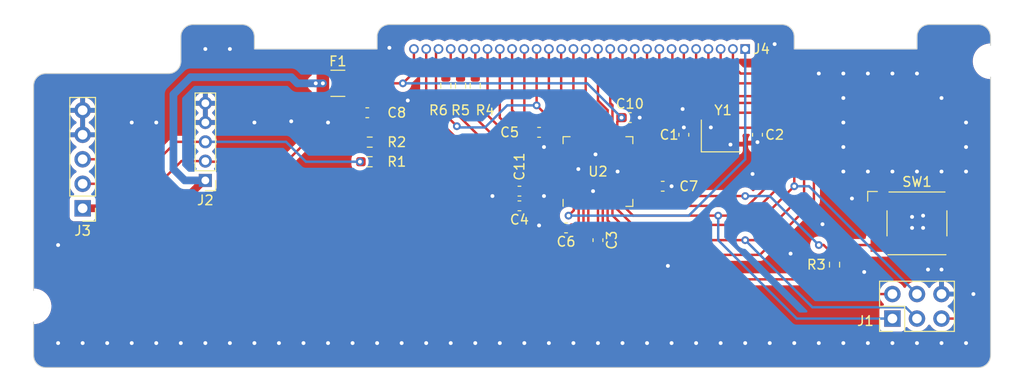
<source format=kicad_pcb>
(kicad_pcb (version 20221018) (generator pcbnew)
  (layers (0 "F.Cu" signal) (31 "B.Cu" signal) (34 "B.Paste" user) (35 "F.Paste" user) (36 "B.SilkS" user "B.Silkscreen") (37 "F.SilkS" user "F.Silkscreen") (38 "B.Mask" user) (39 "F.Mask" user) (44 "Edge.Cuts" user))
  (net 0 "")
  (net 1 "GND")
  (net 2 "+5V")
  (net 3 "Net-(J2-Pin_1)")
  (net 4 "row4")
  (net 5 "row2")
  (net 6 "row3")
  (net 7 "RST")
  (net 8 "Net-(J2-Pin_2)")
  (net 9 "Net-(J2-Pin_3)")
  (net 10 "row1")
  (net 11 "row5")
  (net 12 "row6")
  (net 13 "row7")
  (net 14 "row8")
  (net 15 "col1")
  (net 16 "col2")
  (net 17 "col3")
  (net 18 "col4")
  (net 19 "col5")
  (net 20 "col6")
  (net 21 "col7")
  (net 22 "col8")
  (net 23 "col9")
  (net 24 "col10")
  (net 25 "col11")
  (net 26 "col12")
  (net 27 "col13")
  (net 28 "col14")
  (net 29 "led1")
  (net 30 "led2")
  (net 31 "col15")
  (net 32 "col16")
  (net 33 "led3")
  (net 34 "Net-(U2-XTAL1)")
  (net 35 "Net-(U2-XTAL2)")
  (net 36 "Net-(U2-UCAP)")
  (net 37 "Net-(U2-AREF)")
  (net 38 "Net-(U2-D+)")
  (net 39 "Net-(U2-D-)")
  (net 40 "Net-(U2-PF4)")
  (net 41 "Net-(U2-PF5)")
  (footprint "Capacitor_SMD:C_0603_1608Metric_Pad1.08x0.95mm_HandSolder" (layer "F.Cu") (at 157.734 68.072)
    (fp_text reference "C10")
    (fp_text value "100nf" hide)
  )
  (footprint "MountingHole:MountingHole_3.2mm_M3" (layer "F.Cu") (at 96.012 87.63)
    (fp_text reference "H1" hide)
    (fp_text value "MountingHole" hide)
  )
  (footprint "Capacitor_SMD:C_0603_1608Metric_Pad1.08x0.95mm_HandSolder" (layer "F.Cu") (at 170.942 69.85 -90)
    (fp_text reference "C2")
    (fp_text value "22pf" hide)
  )
  (footprint "Connector_PinHeader_2.54mm:PinHeader_1x05_P2.54mm_Vertical" (layer "F.Cu") (at 101.092 77.47 180)
    (fp_text reference "J3")
    (fp_text value "USB_2.54mm" hide)
  )
  (footprint "Resistor_SMD:R_0603_1608Metric_Pad0.98x0.95mm_HandSolder" (layer "F.Cu") (at 178.9195 83.312 -90)
    (fp_text reference "R3")
    (fp_text value "10K" hide)
  )
  (footprint "Button_Switch_SMD:SW_SPST_Omron_B3FS-100xP" (layer "F.Cu") (at 187.452 79.03)
    (fp_text reference "SW1")
    (fp_text value "SW_Push" hide)
  )
  (footprint "Crystal:Crystal_SMD_3225-4Pin_3.2x2.5mm" (layer "F.Cu") (at 167.132 69.97)
    (fp_text reference "Y1")
    (fp_text value "16Mhz" hide)
  )
  (footprint "Capacitor_SMD:C_0603_1608Metric_Pad1.08x0.95mm_HandSolder" (layer "F.Cu") (at 151.13 79.502 180)
    (fp_text reference "C6")
    (fp_text value "100nf" hide)
  )
  (footprint "Resistor_SMD:R_0603_1608Metric_Pad0.98x0.95mm_HandSolder" (layer "F.Cu") (at 130.81 70.612)
    (fp_text reference "R2")
    (fp_text value "68R" hide)
  )
  (footprint "Capacitor_SMD:C_0603_1608Metric_Pad1.08x0.95mm_HandSolder" (layer "F.Cu") (at 148.336 69.596 180)
    (fp_text reference "C5")
    (fp_text value "100nf" hide)
  )
  (footprint "Capacitor_SMD:C_0603_1608Metric_Pad1.08x0.95mm_HandSolder" (layer "F.Cu") (at 146.304 77.216 180)
    (fp_text reference "C4")
    (fp_text value "100nf" hide)
  )
  (footprint "MountingHole:MountingHole_3.2mm_M3" (layer "F.Cu") (at 195.072 62.23)
    (fp_text reference "H2" hide)
    (fp_text value "MountingHole" hide)
  )
  (footprint "Capacitor_SMD:C_0603_1608Metric_Pad1.08x0.95mm_HandSolder" (layer "F.Cu") (at 146.304 75.692 180)
    (fp_text reference "C11")
    (fp_text value "100nf" hide)
  )
  (footprint "Capacitor_SMD:C_0603_1608Metric_Pad1.08x0.95mm_HandSolder" (layer "F.Cu") (at 161.1365 75.184)
    (fp_text reference "C7")
    (fp_text value "100nf" hide)
  )
  (footprint "Connector_PinHeader_2.54mm:PinHeader_2x03_P2.54mm_Vertical" (layer "F.Cu") (at 184.912 88.9 90)
    (fp_text reference "J1")
    (fp_text value "ICSP" hide)
  )
  (footprint "Resistor_SMD:R_0603_1608Metric_Pad0.98x0.95mm_HandSolder" (layer "F.Cu") (at 141.732 64.77 90)
    (fp_text reference "R4")
    (fp_text value "10K" hide)
  )
  (footprint "Resistor_SMD:R_0603_1608Metric_Pad0.98x0.95mm_HandSolder" (layer "F.Cu") (at 138.684 64.77 90)
    (fp_text reference "R6")
    (fp_text value "10K" hide)
  )
  (footprint "Resistor_SMD:R_1210_3225Metric_Pad1.30x2.65mm_HandSolder" (layer "F.Cu") (at 127.508 64.516)
    (fp_text reference "F1")
    (fp_text value "Polyfuse" hide)
  )
  (footprint "Resistor_SMD:R_0603_1608Metric_Pad0.98x0.95mm_HandSolder" (layer "F.Cu") (at 130.81 72.644)
    (fp_text reference "R1")
    (fp_text value "68R" hide)
  )
  (footprint "Resistor_SMD:R_0603_1608Metric_Pad0.98x0.95mm_HandSolder" (layer "F.Cu") (at 140.208 64.77 90)
    (fp_text reference "R5")
    (fp_text value "10K" hide)
  )
  (footprint "Capacitor_SMD:C_0603_1608Metric_Pad1.08x0.95mm_HandSolder" (layer "F.Cu") (at 130.556 67.564 180)
    (fp_text reference "C8")
    (fp_text value "4.7uf" hide)
  )
  (footprint "Connector_PinHeader_2.00mm:PinHeader_1x05_P2.00mm_Vertical" (layer "F.Cu") (at 113.792 74.58 180)
    (fp_text reference "J2")
    (fp_text value "USB_2mm" hide)
  )
  (footprint "cosailer:QFN-44-1EP_7x7mm_P0.5mm_EP5.15x5.15mm_no_pad" (layer "F.Cu") (at 154.432 73.66 90)
    (fp_text reference "U2")
    (fp_text value "ATmega32U4-A" hide)
  )
  (footprint "Connector_PinHeader_1.27mm:PinHeader_1x28_P1.27mm_Vertical" (layer "F.Cu") (at 169.672 60.96 -90)
    (fp_text reference "J4")
    (fp_text value "matrix" hide)
  )
  (footprint "Capacitor_SMD:C_0603_1608Metric_Pad1.08x0.95mm_HandSolder" (layer "F.Cu") (at 154.432 80.772 -90)
    (fp_text reference "C3")
    (fp_text value "1uf" hide)
  )
  (footprint "Capacitor_SMD:C_0603_1608Metric_Pad1.08x0.95mm_HandSolder" (layer "F.Cu") (at 163.322 69.85 90)
    (fp_text reference "C1")
    (fp_text value "22pf" hide)
  )
  (gr_arc (start 97.282 93.98) (mid 96.383974 93.608026) (end 96.012 92.71) (stroke (width 0.1)) (layer "Edge.Cuts"))
  (gr_arc (start 173.482 58.42) (mid 174.380026 58.791974) (end 174.752 59.69) (stroke (width 0.1)) (layer "Edge.Cuts"))
  (gr_line (start 97.282 63.5) (end 109.982 63.5) (stroke (width 0.1)) (layer "Edge.Cuts"))
  (gr_arc (start 111.252 59.69) (mid 111.623974 58.791974) (end 112.522 58.42) (stroke (width 0.1)) (layer "Edge.Cuts"))
  (gr_line (start 132.842 58.42) (end 173.482 58.42) (stroke (width 0.1)) (layer "Edge.Cuts"))
  (gr_line (start 187.452 59.69) (end 187.452 60.96) (stroke (width 0.1)) (layer "Edge.Cuts"))
  (gr_line (start 174.752 60.96) (end 187.452 60.96) (stroke (width 0.1)) (layer "Edge.Cuts"))
  (gr_line (start 118.872 60.96) (end 131.572 60.96) (stroke (width 0.1)) (layer "Edge.Cuts"))
  (gr_line (start 118.872 59.69) (end 118.872 60.96) (stroke (width 0.1)) (layer "Edge.Cuts"))
  (gr_arc (start 111.252 62.23) (mid 110.880026 63.128026) (end 109.982 63.5) (stroke (width 0.1)) (layer "Edge.Cuts"))
  (gr_arc (start 96.012 64.77) (mid 96.383974 63.871974) (end 97.282 63.5) (stroke (width 0.1)) (layer "Edge.Cuts"))
  (gr_line (start 193.802 93.98) (end 97.282 93.98) (stroke (width 0.1)) (layer "Edge.Cuts"))
  (gr_line (start 111.252 59.69) (end 111.252 62.23) (stroke (width 0.1)) (layer "Edge.Cuts"))
  (gr_line (start 174.752 59.69) (end 174.752 60.96) (stroke (width 0.1)) (layer "Edge.Cuts"))
  (gr_line (start 131.572 59.69) (end 131.572 60.96) (stroke (width 0.1)) (layer "Edge.Cuts"))
  (gr_line (start 112.522 58.42) (end 117.602 58.42) (stroke (width 0.1)) (layer "Edge.Cuts"))
  (gr_arc (start 117.602 58.42) (mid 118.500026 58.791974) (end 118.872 59.69) (stroke (width 0.1)) (layer "Edge.Cuts"))
  (gr_line (start 195.072 59.69) (end 195.072 92.71) (stroke (width 0.1)) (layer "Edge.Cuts"))
  (gr_line (start 188.722 58.42) (end 193.802 58.42) (stroke (width 0.1)) (layer "Edge.Cuts"))
  (gr_line (start 96.012 92.71) (end 96.012 64.77) (stroke (width 0.1)) (layer "Edge.Cuts"))
  (gr_arc (start 195.072 92.71) (mid 194.700026 93.608026) (end 193.802 93.98) (stroke (width 0.1)) (layer "Edge.Cuts"))
  (gr_arc (start 193.802 58.42) (mid 194.700026 58.791974) (end 195.072 59.69) (stroke (width 0.1)) (layer "Edge.Cuts"))
  (gr_arc (start 187.452 59.69) (mid 187.823974 58.791974) (end 188.722 58.42) (stroke (width 0.1)) (layer "Edge.Cuts"))
  (gr_arc (start 131.572 59.69) (mid 131.943974 58.791974) (end 132.842 58.42) (stroke (width 0.1)) (layer "Edge.Cuts"))
  (segment (start 156.932 70.2225) (end 156.932 69.89) (width 0.25) (layer "F.Cu") (net 1))
  (segment (start 149.384 71.66) (end 150.9945 71.66) (width 0.25) (layer "F.Cu") (net 1))
  (segment (start 148.844 71.12) (end 149.384 71.66) (width 0.25) (layer "F.Cu") (net 1))
  (segment (start 189.992 86.36) (end 189.992 83.82) (width 0.25) (layer "F.Cu") (net 1))
  (segment (start 157.383992 74.66) (end 156.464 73.740008) (width 0.25) (layer "F.Cu") (net 1))
  (segment (start 156.464 73.740008) (end 156.464 73.66) (width 0.25) (layer "F.Cu") (net 1))
  (segment (start 147.4735 69.596) (end 147.4735 69.7495) (width 0.25) (layer "F.Cu") (net 1))
  (segment (start 147.4735 69.7495) (end 148.844 71.12) (width 0.5) (layer "F.Cu") (net 1))
  (segment (start 153.932 75.7) (end 153.924 75.692) (width 0.25) (layer "F.Cu") (net 1))
  (segment (start 150.9945 75.66) (end 149.384 75.66) (width 0.25) (layer "F.Cu") (net 1))
  (segment (start 153.932 77.0975) (end 153.932 75.7) (width 0.25) (layer "F.Cu") (net 1))
  (segment (start 149.384 75.66) (end 148.844 76.2) (width 0.25) (layer "F.Cu") (net 1))
  (segment (start 157.8695 74.66) (end 157.383992 74.66) (width 0.25) (layer "F.Cu") (net 1))
  (segment (start 156.932 69.89) (end 158.75 68.072) (width 0.25) (layer "F.Cu") (net 1))
  (via (at 182.372 63.5) (size 0.8) (drill 0.4) (layers "F.Cu" "B.Cu") (net 1))
  (via (at 186.944 79.502) (size 0.8) (drill 0.4) (layers "F.Cu" "B.Cu") (net 1))
  (via (at 166.116 69.088) (size 0.8) (drill 0.4) (layers "F.Cu" "B.Cu") (net 1))
  (via (at 184.912 91.44) (size 0.8) (drill 0.4) (layers "F.Cu" "B.Cu") (net 1))
  (via (at 126.492 91.44) (size 0.8) (drill 0.4) (layers "F.Cu" "B.Cu") (net 1))
  (via (at 192.532 91.44) (size 0.8) (drill 0.4) (layers "F.Cu" "B.Cu") (net 1))
  (via (at 184.912 73.66) (size 0.8) (drill 0.4) (layers "F.Cu" "B.Cu") (net 1))
  (via (at 153.924 75.692) (size 0.8) (drill 0.4) (layers "F.Cu" "B.Cu") (net 1))
  (via (at 134.747 66.294) (size 0.8) (drill 0.4) (layers "F.Cu" "B.Cu") (net 1))
  (via (at 111.252 91.44) (size 0.8) (drill 0.4) (layers "F.Cu" "B.Cu") (net 1))
  (via (at 131.572 91.44) (size 0.8) (drill 0.4) (layers "F.Cu" "B.Cu") (net 1))
  (via (at 186.944 78.359) (size 0.8) (drill 0.4) (layers "F.Cu" "B.Cu") (net 1))
  (via (at 113.792 60.96) (size 0.8) (drill 0.4) (layers "F.Cu" "B.Cu") (net 1))
  (via (at 151.892 91.44) (size 0.8) (drill 0.4) (layers "F.Cu" "B.Cu") (net 1))
  (via (at 179.832 71.12) (size 0.8) (drill 0.4) (layers "F.Cu" "B.Cu") (net 1))
  (via (at 152.4 73.406) (size 0.8) (drill 0.4) (layers "F.Cu" "B.Cu") (net 1))
  (via (at 179.832 73.66) (size 0.8) (drill 0.4) (layers "F.Cu" "B.Cu") (net 1))
  (via (at 162.052 75.184) (size 0.8) (drill 0.4) (layers "F.Cu" "B.Cu") (net 1))
  (via (at 188.595 83.82) (size 0.8) (drill 0.4) (layers "F.Cu" "B.Cu") (net 1))
  (via (at 167.132 91.44) (size 0.8) (drill 0.4) (layers "F.Cu" "B.Cu") (net 1))
  (via (at 159.512 91.44) (size 0.8) (drill 0.4) (layers "F.Cu" "B.Cu") (net 1))
  (via (at 116.332 60.96) (size 0.8) (drill 0.4) (layers "F.Cu" "B.Cu") (net 1))
  (via (at 192.532 73.66) (size 0.8) (drill 0.4) (layers "F.Cu" "B.Cu") (net 1))
  (via (at 179.832 63.5) (size 0.8) (drill 0.4) (layers "F.Cu" "B.Cu") (net 1))
  (via (at 106.172 68.58) (size 0.8) (drill 0.4) (layers "F.Cu" "B.Cu") (net 1))
  (via (at 170.942 70.612) (size 0.8) (drill 0.4) (layers "F.Cu" "B.Cu") (net 1))
  (via (at 187.452 63.5) (size 0.8) (drill 0.4) (layers "F.Cu" "B.Cu") (net 1))
  (via (at 149.352 91.44) (size 0.8) (drill 0.4) (layers "F.Cu" "B.Cu") (net 1))
  (via (at 126.492 68.58) (size 0.8) (drill 0.4) (layers "F.Cu" "B.Cu") (net 1))
  (via (at 154.178 71.882) (size 0.8) (drill 0.4) (layers "F.Cu" "B.Cu") (net 1))
  (via (at 180.721 76.454) (size 0.8) (drill 0.4) (layers "F.Cu" "B.Cu") (net 1))
  (via (at 98.552 91.44) (size 0.8) (drill 0.4) (layers "F.Cu" "B.Cu") (net 1))
  (via (at 101.092 91.44) (size 0.8) (drill 0.4) (layers "F.Cu" "B.Cu") (net 1))
  (via (at 108.712 68.58) (size 0.8) (drill 0.4) (layers "F.Cu" "B.Cu") (net 1))
  (via (at 182.372 73.66) (size 0.8) (drill 0.4) (layers "F.Cu" "B.Cu") (net 1))
  (via (at 156.464 73.66) (size 0.8) (drill 0.4) (layers "F.Cu" "B.Cu") (net 1))
  (via (at 172.72 60.452) (size 0.8) (drill 0.4) (layers "F.Cu" "B.Cu") (net 1))
  (via (at 139.192 91.44) (size 0.8) (drill 0.4) (layers "F.Cu" "B.Cu") (net 1))
  (via (at 163.195 67.183) (size 0.8) (drill 0.4) (layers "F.Cu" "B.Cu") (net 1))
  (via (at 134.112 91.44) (size 0.8) (drill 0.4) (layers "F.Cu" "B.Cu") (net 1))
  (via (at 177.292 63.5) (size 0.8) (drill 0.4) (layers "F.Cu" "B.Cu") (net 1))
  (via (at 187.452 73.66) (size 0.8) (drill 0.4) (layers "F.Cu" "B.Cu") (net 1))
  (via (at 170.434 73.914) (size 0.8) (drill 0.4) (layers "F.Cu" "B.Cu") (net 1))
  (via (at 118.872 91.44) (size 0.8) (drill 0.4) (layers "F.Cu" "B.Cu") (net 1))
  (via (at 164.592 91.44) (size 0.8) (drill 0.4) (layers "F.Cu" "B.Cu") (net 1))
  (via (at 188.087 79.502) (size 0.8) (drill 0.4) (layers "F.Cu" "B.Cu") (net 1))
  (via (at 184.912 63.5) (size 0.8) (drill 0.4) (layers "F.Cu" "B.Cu") (net 1))
  (via (at 108.712 91.44) (size 0.8) (drill 0.4) (layers "F.Cu" "B.Cu") (net 1))
  (via (at 174.371 82.169) (size 0.8) (drill 0.4) (layers "F.Cu" "B.Cu") (net 1))
  (via (at 187.452 91.44) (size 0.8) (drill 0.4) (layers "F.Cu" "B.Cu") (net 1))
  (via (at 177.292 91.44) (size 0.8) (drill 0.4) (layers "F.Cu" "B.Cu") (net 1))
  (via (at 189.992 91.44) (size 0.8) (drill 0.4) (layers "F.Cu" "B.Cu") (net 1))
  (via (at 188.087 78.232) (size 0.8) (drill 0.4) (layers "F.Cu" "B.Cu") (net 1))
  (via (at 144.272 91.44) (size 0.8) (drill 0.4) (layers "F.Cu" "B.Cu") (net 1))
  (via (at 193.294 86.36) (size 0.8) (drill 0.4) (layers "F.Cu" "B.Cu") (net 1))
  (via (at 158.75 68.072) (size 0.8) (drill 0.4) (layers "F.Cu" "B.Cu") (net 1))
  (via (at 192.532 71.12) (size 0.8) (drill 0.4) (layers "F.Cu" "B.Cu") (net 1))
  (via (at 182.372 91.44) (size 0.8) (drill 0.4) (layers "F.Cu" "B.Cu") (net 1))
  (via (at 113.792 91.44) (size 0.8) (drill 0.4) (layers "F.Cu" "B.Cu") (net 1))
  (via (at 169.672 91.44) (size 0.8) (drill 0.4) (layers "F.Cu" "B.Cu") (net 1))
  (via (at 129.032 91.44) (size 0.8) (drill 0.4) (layers "F.Cu" "B.Cu") (net 1))
  (via (at 118.872 68.58) (size 0.8) (drill 0.4) (layers "F.Cu" "B.Cu") (net 1))
  (via (at 148.336 79.248) (size 0.8) (drill 0.4) (layers "F.Cu" "B.Cu") (net 1))
  (via (at 179.832 66.04) (size 0.8) (drill 0.4) (layers "F.Cu" "B.Cu") (net 1))
  (via (at 116.332 91.44) (size 0.8) (drill 0.4) (layers "F.Cu" "B.Cu") (net 1))
  (via (at 174.752 91.44) (size 0.8) (drill 0.4) (layers "F.Cu" "B.Cu") (net 1))
  (via (at 123.952 91.44) (size 0.8) (drill 0.4) (layers "F.Cu" "B.Cu") (net 1))
  (via (at 121.412 91.44) (size 0.8) (drill 0.4) (layers "F.Cu" "B.Cu") (net 1))
  (via (at 103.632 91.44) (size 0.8) (drill 0.4) (layers "F.Cu" "B.Cu") (net 1))
  (via (at 141.732 91.44) (size 0.8) (drill 0.4) (layers "F.Cu" "B.Cu") (net 1))
  (via (at 189.992 66.04) (size 0.8) (drill 0.4) (layers "F.Cu" "B.Cu") (net 1))
  (via (at 189.992 73.66) (size 0.8) (drill 0.4) (layers "F.Cu" "B.Cu") (net 1))
  (via (at 192.532 68.58) (size 0.8) (drill 0.4) (layers "F.Cu" "B.Cu") (net 1))
  (via (at 179.832 68.58) (size 0.8) (drill 0.4) (layers "F.Cu" "B.Cu") (net 1))
  (via (at 189.992 83.82) (size 0.8) (drill 0.4) (layers "F.Cu" "B.Cu") (net 1))
  (via (at 172.212 91.44) (size 0.8) (drill 0.4) (layers "F.Cu" "B.Cu") (net 1))
  (via (at 122.682 68.453) (size 0.8) (drill 0.4) (layers "F.Cu" "B.Cu") (net 1))
  (via (at 146.812 91.44) (size 0.8) (drill 0.4) (layers "F.Cu" "B.Cu") (net 1))
  (via (at 181.991 84.074) (size 0.8) (drill 0.4) (layers "F.Cu" "B.Cu") (net 1))
  (via (at 179.832 91.44) (size 0.8) (drill 0.4) (layers "F.Cu" "B.Cu") (net 1))
  (via (at 177.673 79.121) (size 0.8) (drill 0.4) (layers "F.Cu" "B.Cu") (net 1))
  (via (at 132.842 60.833) (size 0.8) (drill 0.4) (layers "F.Cu" "B.Cu") (net 1))
  (via (at 106.172 91.44) (size 0.8) (drill 0.4) (layers "F.Cu" "B.Cu") (net 1))
  (via (at 156.972 91.44) (size 0.8) (drill 0.4) (layers "F.Cu" "B.Cu") (net 1))
  (via (at 98.552 81.28) (size 0.8) (drill 0.4) (layers "F.Cu" "B.Cu") (net 1))
  (via (at 161.671 83.439) (size 0.8) (drill 0.4) (layers "F.Cu" "B.Cu") (net 1))
  (via (at 168.148 70.866) (size 0.8) (drill 0.4) (layers "F.Cu" "B.Cu") (net 1))
  (via (at 163.322 69.088) (size 0.8) (drill 0.4) (layers "F.Cu" "B.Cu") (net 1))
  (via (at 162.052 91.44) (size 0.8) (drill 0.4) (layers "F.Cu" "B.Cu") (net 1))
  (via (at 154.432 91.44) (size 0.8) (drill 0.4) (layers "F.Cu" "B.Cu") (net 1))
  (via (at 136.652 91.44) (size 0.8) (drill 0.4) (layers "F.Cu" "B.Cu") (net 1))
  (via (at 148.844 71.12) (size 0.8) (drill 0.4) (layers "F.Cu" "B.Cu") (net 1))
  (via (at 143.51 76.2) (size 0.8) (drill 0.4) (layers "F.Cu" "B.Cu") (net 1))
  (via (at 148.844 76.2) (size 0.8) (drill 0.4) (layers "F.Cu" "B.Cu") (net 1))
  (segment (start 189.992 86.36) (end 193.294 86.36) (width 0.25) (layer "B.Cu") (net 1))
  (segment (start 184.912 86.36) (end 181.055 86.36) (width 0.25) (layer "F.Cu") (net 2))
  (segment (start 150.9945 71.16) (end 151.932 71.16) (width 0.25) (layer "F.Cu") (net 2))
  (segment (start 152.432 76.406) (end 152.186 76.16) (width 0.25) (layer "F.Cu") (net 2))
  (segment (start 154.932 77.0975) (end 154.932 75.652) (width 0.25) (layer "F.Cu") (net 2))
  (segment (start 150.408 71.16) (end 149.1985 69.9505) (width 0.25) (layer "F.Cu") (net 2))
  (segment (start 132.588 67.564) (end 143.764 78.74) (width 0.25) (layer "F.Cu") (net 2))
  (segment (start 154.559 73.787) (end 156.432 71.914) (width 0.25) (layer "F.Cu") (net 2))
  (segment (start 150.9945 71.16) (end 150.408 71.16) (width 0.25) (layer "F.Cu") (net 2))
  (segment (start 181.055 86.36) (end 178.9195 84.2245) (width 0.25) (layer "F.Cu") (net 2))
  (segment (start 156.432 70.2225) (end 156.432 68.5115) (width 0.25) (layer "F.Cu") (net 2))
  (segment (start 160.691495 84.836) (end 154.932 79.076505) (width 0.25) (layer "F.Cu") (net 2))
  (segment (start 135.382 63.373) (end 135.382 60.96) (width 0.25) (layer "F.Cu") (net 2))
  (segment (start 152.432 77.0975) (end 152.432 79.0625) (width 0.25) (layer "F.Cu") (net 2))
  (segment (start 146.304 78.74) (end 147.1665 77.8775) (width 0.25) (layer "F.Cu") (net 2))
  (segment (start 154.305 74.041) (end 154.559 73.787) (width 0.25) (layer "F.Cu") (net 2))
  (segment (start 178.308 84.836) (end 160.691495 84.836) (width 0.25) (layer "F.Cu") (net 2))
  (segment (start 149.39125 77.216) (end 147.1665 77.216) (width 0.25) (layer "F.Cu") (net 2))
  (segment (start 129.058 64.516) (end 134.239 64.516) (width 0.25) (layer "F.Cu") (net 2))
  (segment (start 129.058 65.2035) (end 131.4185 67.564) (width 0.25) (layer "F.Cu") (net 2))
  (segment (start 129.058 64.516) (end 129.058 65.2035) (width 0.25) (layer "F.Cu") (net 2))
  (segment (start 152.432 77.0975) (end 152.432 76.406) (width 0.25) (layer "F.Cu") (net 2))
  (segment (start 152.432 79.0625) (end 151.9925 79.502) (width 0.25) (layer "F.Cu") (net 2))
  (segment (start 131.4185 67.564) (end 132.588 67.564) (width 0.25) (layer "F.Cu") (net 2))
  (segment (start 143.764 78.74) (end 146.304 78.74) (width 0.25) (layer "F.Cu") (net 2))
  (segment (start 160.25 75.16) (end 160.274 75.184) (width 0.25) (layer "F.Cu") (net 2))
  (segment (start 151.932 71.16) (end 154.559 73.787) (width 0.25) (layer "F.Cu") (net 2))
  (segment (start 156.432 71.914) (end 156.432 70.2225) (width 0.25) (layer "F.Cu") (net 2))
  (segment (start 154.932 75.652) (end 155.424 75.16) (width 0.25) (layer "F.Cu") (net 2))
  (segment (start 149.1985 69.9505) (end 149.1985 69.596) (width 0.25) (layer "F.Cu") (net 2))
  (segment (start 155.424 75.16) (end 154.305 74.041) (width 0.25) (layer "F.Cu") (net 2))
  (segment (start 156.432 68.5115) (end 156.8715 68.072) (width 0.25) (layer "F.Cu") (net 2))
  (segment (start 147.1665 77.8775) (end 147.1665 77.216) (width 0.25) (layer "F.Cu") (net 2))
  (segment (start 150.9945 76.16) (end 152.186 76.16) (width 0.25) (layer "F.Cu") (net 2))
  (segment (start 154.932 79.076505) (end 154.932 77.0975) (width 0.25) (layer "F.Cu") (net 2))
  (segment (start 178.9195 84.2245) (end 178.308 84.836) (width 0.25) (layer "F.Cu") (net 2))
  (segment (start 150.9945 76.16) (end 150.44725 76.16) (width 0.25) (layer "F.Cu") (net 2))
  (segment (start 152.186 76.16) (end 154.305 74.041) (width 0.25) (layer "F.Cu") (net 2))
  (segment (start 134.239 64.516) (end 135.382 63.373) (width 0.25) (layer "F.Cu") (net 2))
  (segment (start 150.44725 76.16) (end 149.39125 77.216) (width 0.25) (layer "F.Cu") (net 2))
  (segment (start 157.8695 75.16) (end 160.25 75.16) (width 0.25) (layer "F.Cu") (net 2))
  (segment (start 157.8695 75.16) (end 155.424 75.16) (width 0.25) (layer "F.Cu") (net 2))
  (via (at 156.8715 68.072) (size 0.8) (drill 0.4) (layers "F.Cu" "B.Cu") (net 2))
  (via (at 134.239 64.516) (size 0.8) (drill 0.4) (layers "F.Cu" "B.Cu") (net 2))
  (segment (start 134.239 64.516) (end 153.3155 64.516) (width 0.25) (layer "B.Cu") (net 2))
  (segment (start 153.3155 64.516) (end 156.8715 68.072) (width 0.25) (layer "B.Cu") (net 2))
  (segment (start 113.634 74.58) (end 110.744 77.47) (width 0.8) (layer "F.Cu") (net 3))
  (segment (start 113.792 74.58) (end 113.634 74.58) (width 0.25) (layer "F.Cu") (net 3))
  (segment (start 110.744 77.47) (end 101.092 77.47) (width 0.8) (layer "F.Cu") (net 3))
  (via (at 125.958 64.516) (size 0.8) (drill 0.4) (layers "F.Cu" "B.Cu") (net 3))
  (via (at 125.222 64.516) (size 0.8) (drill 0.4) (layers "F.Cu" "B.Cu") (net 3))
  (segment (start 110.49 65.659) (end 110.49 73.406) (width 0.8) (layer "B.Cu") (net 3))
  (segment (start 125.222 64.516) (end 123.317 64.516) (width 0.8) (layer "B.Cu") (net 3))
  (segment (start 110.49 73.406) (end 111.664 74.58) (width 0.8) (layer "B.Cu") (net 3))
  (segment (start 112.268 63.881) (end 110.49 65.659) (width 0.8) (layer "B.Cu") (net 3))
  (segment (start 123.317 64.516) (end 122.682 63.881) (width 0.8) (layer "B.Cu") (net 3))
  (segment (start 125.958 64.516) (end 125.222 64.516) (width 0.8) (layer "B.Cu") (net 3))
  (segment (start 122.682 63.881) (end 112.268 63.881) (width 0.8) (layer "B.Cu") (net 3))
  (segment (start 111.664 74.58) (end 113.792 74.58) (width 0.8) (layer "B.Cu") (net 3))
  (segment (start 158.038992 79.19) (end 160.02 79.19) (width 0.25) (layer "F.Cu") (net 4))
  (segment (start 166.624 79.19) (end 170.746 79.19) (width 0.25) (layer "F.Cu") (net 4))
  (segment (start 160.02 79.19) (end 166.624 79.19) (width 0.25) (layer "F.Cu") (net 4))
  (segment (start 156.432 77.0975) (end 156.432 77.583008) (width 0.25) (layer "F.Cu") (net 4))
  (segment (start 156.432 77.583008) (end 158.038992 79.19) (width 0.25) (layer "F.Cu") (net 4))
  (segment (start 174.752 75.184) (end 174.752 68.326) (width 0.25) (layer "F.Cu") (net 4))
  (segment (start 174.752 68.326) (end 172.27 65.844) (width 0.25) (layer "F.Cu") (net 4))
  (segment (start 165.862 64.77) (end 165.862 60.96) (width 0.25) (layer "F.Cu") (net 4))
  (segment (start 172.27 65.844) (end 166.936 65.844) (width 0.25) (layer "F.Cu") (net 4))
  (segment (start 170.746 79.19) (end 174.752 75.184) (width 0.25) (layer "F.Cu") (net 4))
  (segment (start 166.936 65.844) (end 165.862 64.77) (width 0.25) (layer "F.Cu") (net 4))
  (via (at 174.752 75.184) (size 0.8) (drill 0.4) (layers "F.Cu" "B.Cu") (net 4))
  (segment (start 187.452 86.36) (end 176.276 75.184) (width 0.25) (layer "B.Cu") (net 4))
  (segment (start 176.276 75.184) (end 174.752 75.184) (width 0.25) (layer "B.Cu") (net 4))
  (segment (start 176.784 67.564) (end 172.72 63.5) (width 0.25) (layer "F.Cu") (net 5))
  (segment (start 168.148 82.296) (end 171.196 82.296) (width 0.25) (layer "F.Cu") (net 5))
  (segment (start 169.204 63.5) (end 168.402 62.698) (width 0.25) (layer "F.Cu") (net 5))
  (segment (start 155.432 78.724) (end 159.004 82.296) (width 0.25) (layer "F.Cu") (net 5))
  (segment (start 168.402 62.698) (end 168.402 60.96) (width 0.25) (layer "F.Cu") (net 5))
  (segment (start 172.72 63.5) (end 169.204 63.5) (width 0.25) (layer "F.Cu") (net 5))
  (segment (start 171.196 82.296) (end 176.784 76.708) (width 0.25) (layer "F.Cu") (net 5))
  (segment (start 155.432 77.0975) (end 155.432 78.724) (width 0.25) (layer "F.Cu") (net 5))
  (segment (start 176.784 76.708) (end 176.784 67.564) (width 0.25) (layer "F.Cu") (net 5))
  (segment (start 159.004 82.296) (end 168.148 82.296) (width 0.25) (layer "F.Cu") (net 5))
  (segment (start 167.778 64.516) (end 167.132 63.87) (width 0.25) (layer "F.Cu") (net 6))
  (segment (start 175.768 68.072) (end 172.212 64.516) (width 0.25) (layer "F.Cu") (net 6))
  (segment (start 169.672 80.772) (end 170.942 80.772) (width 0.25) (layer "F.Cu") (net 6))
  (segment (start 158.496 80.772) (end 169.672 80.772) (width 0.25) (layer "F.Cu") (net 6))
  (segment (start 155.932 78.208) (end 158.496 80.772) (width 0.25) (layer "F.Cu") (net 6))
  (segment (start 175.768 75.946) (end 175.768 68.072) (width 0.25) (layer "F.Cu") (net 6))
  (segment (start 167.132 63.87) (end 167.132 60.96) (width 0.25) (layer "F.Cu") (net 6))
  (segment (start 172.212 64.516) (end 167.778 64.516) (width 0.25) (layer "F.Cu") (net 6))
  (segment (start 170.942 80.772) (end 175.768 75.946) (width 0.25) (layer "F.Cu") (net 6))
  (segment (start 155.932 77.0975) (end 155.932 78.208) (width 0.25) (layer "F.Cu") (net 6))
  (via (at 169.672 80.772) (size 0.8) (drill 0.4) (layers "F.Cu" "B.Cu") (net 6))
  (segment (start 186.277 87.725) (end 187.452 88.9) (width 0.25) (layer "B.Cu") (net 6))
  (segment (start 169.672 80.772) (end 176.625 87.725) (width 0.25) (layer "B.Cu") (net 6))
  (segment (start 176.625 87.725) (end 186.277 87.725) (width 0.25) (layer "B.Cu") (net 6))
  (segment (start 180.039 81.28) (end 183.452 81.28) (width 0.25) (layer "F.Cu") (net 7))
  (segment (start 191.516 88.9) (end 189.992 88.9) (width 0.25) (layer "F.Cu") (net 7))
  (segment (start 177.8 81.28) (end 178.9195 82.3995) (width 0.25) (layer "F.Cu") (net 7))
  (segment (start 158.846396 75.66) (end 159.386396 76.2) (width 0.25) (layer "F.Cu") (net 7))
  (segment (start 159.386396 76.2) (end 169.672 76.2) (width 0.25) (layer "F.Cu") (net 7))
  (segment (start 178.9195 82.3995) (end 180.039 81.28) (width 0.25) (layer "F.Cu") (net 7))
  (segment (start 192.024 88.392) (end 191.516 88.9) (width 0.25) (layer "F.Cu") (net 7))
  (segment (start 191.452 81.28) (end 192.024 81.852) (width 0.25) (layer "F.Cu") (net 7))
  (segment (start 192.024 81.852) (end 192.024 88.392) (width 0.25) (layer "F.Cu") (net 7))
  (segment (start 157.8695 75.66) (end 158.846396 75.66) (width 0.25) (layer "F.Cu") (net 7))
  (segment (start 177.292 81.28) (end 177.8 81.28) (width 0.25) (layer "F.Cu") (net 7))
  (segment (start 183.452 81.28) (end 191.452 81.28) (width 0.25) (layer "F.Cu") (net 7))
  (via (at 169.672 76.2) (size 0.8) (drill 0.4) (layers "F.Cu" "B.Cu") (net 7))
  (via (at 177.292 81.28) (size 0.8) (drill 0.4) (layers "F.Cu" "B.Cu") (net 7))
  (segment (start 169.672 76.2) (end 172.212 76.2) (width 0.25) (layer "B.Cu") (net 7))
  (segment (start 172.212 76.2) (end 177.292 81.28) (width 0.25) (layer "B.Cu") (net 7))
  (segment (start 113.856 72.644) (end 113.792 72.58) (width 0.25) (layer "F.Cu") (net 8))
  (segment (start 113.792 72.58) (end 111.316 72.58) (width 0.25) (layer "F.Cu") (net 8))
  (segment (start 111.316 72.58) (end 108.966 74.93) (width 0.25) (layer "F.Cu") (net 8))
  (segment (start 122.174 72.644) (end 113.856 72.644) (width 0.25) (layer "F.Cu") (net 8))
  (segment (start 124.206 70.612) (end 122.174 72.644) (width 0.25) (layer "F.Cu") (net 8))
  (segment (start 129.8975 70.612) (end 124.206 70.612) (width 0.25) (layer "F.Cu") (net 8))
  (segment (start 108.966 74.93) (end 101.092 74.93) (width 0.25) (layer "F.Cu") (net 8))
  (segment (start 110.776 70.58) (end 108.966 72.39) (width 0.25) (layer "F.Cu") (net 9))
  (segment (start 108.966 72.39) (end 101.092 72.39) (width 0.25) (layer "F.Cu") (net 9))
  (segment (start 113.792 70.58) (end 110.776 70.58) (width 0.25) (layer "F.Cu") (net 9))
  (segment (start 129.8975 72.644) (end 129.794 72.644) (width 0.25) (layer "F.Cu") (net 9))
  (via (at 129.794 72.644) (size 0.8) (drill 0.4) (layers "F.Cu" "B.Cu") (net 9))
  (segment (start 124.206 72.644) (end 122.142 70.58) (width 0.25) (layer "B.Cu") (net 9))
  (segment (start 122.142 70.58) (end 113.792 70.58) (width 0.25) (layer "B.Cu") (net 9))
  (segment (start 129.794 72.644) (end 124.206 72.644) (width 0.25) (layer "B.Cu") (net 9))
  (segment (start 151.932 77.0975) (end 151.932 77.684) (width 0.25) (layer "F.Cu") (net 10))
  (segment (start 151.932 77.684) (end 151.384 78.232) (width 0.25) (layer "F.Cu") (net 10))
  (via (at 151.384 78.232) (size 0.8) (drill 0.4) (layers "F.Cu" "B.Cu") (net 10))
  (segment (start 151.384 78.232) (end 163.83 78.232) (width 0.25) (layer "B.Cu") (net 10))
  (segment (start 169.672 65.532) (end 169.672 60.96) (width 0.25) (layer "B.Cu") (net 10))
  (segment (start 169.672 72.39) (end 169.672 65.532) (width 0.25) (layer "B.Cu") (net 10))
  (segment (start 163.83 78.232) (end 169.672 72.39) (width 0.25) (layer "B.Cu") (net 10))
  (segment (start 173.736 68.451604) (end 171.832396 66.548) (width 0.25) (layer "F.Cu") (net 11))
  (segment (start 170.18 78.232) (end 173.736 74.676) (width 0.25) (layer "F.Cu") (net 11))
  (segment (start 158.0665 78.232) (end 166.878 78.232) (width 0.25) (layer "F.Cu") (net 11))
  (segment (start 166.878 78.232) (end 170.18 78.232) (width 0.25) (layer "F.Cu") (net 11))
  (segment (start 173.736 74.676) (end 173.736 68.451604) (width 0.25) (layer "F.Cu") (net 11))
  (segment (start 156.932 77.0975) (end 158.0665 78.232) (width 0.25) (layer "F.Cu") (net 11))
  (segment (start 165.608 66.548) (end 164.592 65.532) (width 0.25) (layer "F.Cu") (net 11))
  (segment (start 171.832396 66.548) (end 165.608 66.548) (width 0.25) (layer "F.Cu") (net 11))
  (segment (start 164.592 65.532) (end 164.592 60.96) (width 0.25) (layer "F.Cu") (net 11))
  (via (at 166.878 78.232) (size 0.8) (drill 0.4) (layers "F.Cu" "B.Cu") (net 11))
  (segment (start 166.878 80.772) (end 166.878 78.232) (width 0.25) (layer "B.Cu") (net 11))
  (segment (start 175.006 88.9) (end 166.878 80.772) (width 0.25) (layer "B.Cu") (net 11))
  (segment (start 184.912 88.9) (end 175.006 88.9) (width 0.25) (layer "B.Cu") (net 11))
  (segment (start 172.72 74.422) (end 172.72 68.58) (width 0.25) (layer "F.Cu") (net 12))
  (segment (start 159.766 77.216) (end 169.926 77.216) (width 0.25) (layer "F.Cu") (net 12))
  (segment (start 158.71 76.16) (end 159.766 77.216) (width 0.25) (layer "F.Cu") (net 12))
  (segment (start 169.926 77.216) (end 172.72 74.422) (width 0.25) (layer "F.Cu") (net 12))
  (segment (start 157.8695 76.16) (end 158.71 76.16) (width 0.25) (layer "F.Cu") (net 12))
  (segment (start 171.704 67.564) (end 165.1 67.564) (width 0.25) (layer "F.Cu") (net 12))
  (segment (start 163.322 65.786) (end 163.322 60.96) (width 0.25) (layer "F.Cu") (net 12))
  (segment (start 172.72 68.58) (end 171.704 67.564) (width 0.25) (layer "F.Cu") (net 12))
  (segment (start 165.1 67.564) (end 163.322 65.786) (width 0.25) (layer "F.Cu") (net 12))
  (segment (start 159.635188 73.16) (end 162.132 70.663188) (width 0.25) (layer "F.Cu") (net 13))
  (segment (start 162.132 70.663188) (end 162.132 61.04) (width 0.25) (layer "F.Cu") (net 13))
  (segment (start 162.132 61.04) (end 162.052 60.96) (width 0.25) (layer "F.Cu") (net 13))
  (segment (start 157.8695 73.16) (end 159.635188 73.16) (width 0.25) (layer "F.Cu") (net 13))
  (segment (start 160.782 63.754) (end 160.782 60.96) (width 0.25) (layer "F.Cu") (net 14))
  (segment (start 161.682 70.476792) (end 161.682 64.654) (width 0.25) (layer "F.Cu") (net 14))
  (segment (start 157.8695 72.66) (end 159.498792 72.66) (width 0.25) (layer "F.Cu") (net 14))
  (segment (start 161.682 64.654) (end 160.782 63.754) (width 0.25) (layer "F.Cu") (net 14))
  (segment (start 159.498792 72.66) (end 161.682 70.476792) (width 0.25) (layer "F.Cu") (net 14))
  (segment (start 161.232 65.728) (end 159.512 64.008) (width 0.25) (layer "F.Cu") (net 15))
  (segment (start 161.232 70.290396) (end 161.232 65.728) (width 0.25) (layer "F.Cu") (net 15))
  (segment (start 159.512 64.008) (end 159.512 60.96) (width 0.25) (layer "F.Cu") (net 15))
  (segment (start 157.8695 72.16) (end 159.362396 72.16) (width 0.25) (layer "F.Cu") (net 15))
  (segment (start 159.362396 72.16) (end 161.232 70.290396) (width 0.25) (layer "F.Cu") (net 15))
  (segment (start 160.782 70.104) (end 160.782 66.802) (width 0.25) (layer "F.Cu") (net 16))
  (segment (start 160.782 66.802) (end 158.242 64.262) (width 0.25) (layer "F.Cu") (net 16))
  (segment (start 157.8695 71.66) (end 159.226 71.66) (width 0.25) (layer "F.Cu") (net 16))
  (segment (start 158.242 64.262) (end 158.242 60.96) (width 0.25) (layer "F.Cu") (net 16))
  (segment (start 159.226 71.66) (end 160.782 70.104) (width 0.25) (layer "F.Cu") (net 16))
  (segment (start 159.512 66.548) (end 157.988 66.548) (width 0.25) (layer "F.Cu") (net 17))
  (segment (start 157.8695 71.16) (end 160.274 68.7555) (width 0.25) (layer "F.Cu") (net 17))
  (segment (start 157.988 66.548) (end 156.972 65.532) (width 0.25) (layer "F.Cu") (net 17))
  (segment (start 160.274 67.31) (end 159.512 66.548) (width 0.25) (layer "F.Cu") (net 17))
  (segment (start 156.972 65.532) (end 156.972 60.96) (width 0.25) (layer "F.Cu") (net 17))
  (segment (start 160.274 68.7555) (end 160.274 67.31) (width 0.25) (layer "F.Cu") (net 17))
  (segment (start 155.932 66.778) (end 155.702 66.548) (width 0.25) (layer "F.Cu") (net 18))
  (segment (start 155.702 66.548) (end 155.702 60.96) (width 0.25) (layer "F.Cu") (net 18))
  (segment (start 155.932 70.2225) (end 155.932 66.778) (width 0.25) (layer "F.Cu") (net 18))
  (segment (start 154.432 66.294) (end 154.432 60.96) (width 0.25) (layer "F.Cu") (net 19))
  (segment (start 155.432 70.2225) (end 155.432 67.294) (width 0.25) (layer "F.Cu") (net 19))
  (segment (start 155.432 67.294) (end 154.432 66.294) (width 0.25) (layer "F.Cu") (net 19))
  (segment (start 154.932 70.2225) (end 154.932 67.81) (width 0.25) (layer "F.Cu") (net 20))
  (segment (start 154.932 67.81) (end 153.162 66.04) (width 0.25) (layer "F.Cu") (net 20))
  (segment (start 153.162 66.04) (end 153.162 60.96) (width 0.25) (layer "F.Cu") (net 20))
  (segment (start 154.432 70.2225) (end 154.432 68.19202) (width 0.25) (layer "F.Cu") (net 21))
  (segment (start 151.892 65.65202) (end 151.892 60.96) (width 0.25) (layer "F.Cu") (net 21))
  (segment (start 154.432 68.19202) (end 151.892 65.65202) (width 0.25) (layer "F.Cu") (net 21))
  (segment (start 153.932 70.2225) (end 153.932 68.588) (width 0.25) (layer "F.Cu") (net 22))
  (segment (start 151.892 66.548) (end 151.384 66.548) (width 0.25) (layer "F.Cu") (net 22))
  (segment (start 150.622 65.786) (end 150.622 60.96) (width 0.25) (layer "F.Cu") (net 22))
  (segment (start 151.384 66.548) (end 150.622 65.786) (width 0.25) (layer "F.Cu") (net 22))
  (segment (start 153.932 68.588) (end 151.892 66.548) (width 0.25) (layer "F.Cu") (net 22))
  (segment (start 153.432 68.975604) (end 151.512396 67.056) (width 0.25) (layer "F.Cu") (net 23))
  (segment (start 149.352 65.786) (end 149.352 60.96) (width 0.25) (layer "F.Cu") (net 23))
  (segment (start 151.512396 67.056) (end 150.622 67.056) (width 0.25) (layer "F.Cu") (net 23))
  (segment (start 150.622 67.056) (end 149.352 65.786) (width 0.25) (layer "F.Cu") (net 23))
  (segment (start 153.432 70.2225) (end 153.432 68.975604) (width 0.25) (layer "F.Cu") (net 23))
  (segment (start 138.684 67.818) (end 138.684 65.6825) (width 0.25) (layer "F.Cu") (net 24))
  (segment (start 148.082 66.802) (end 148.082 60.96) (width 0.25) (layer "F.Cu") (net 24))
  (segment (start 148.844 67.564) (end 148.082 66.802) (width 0.25) (layer "F.Cu") (net 24))
  (segment (start 139.827 68.961) (end 138.684 67.818) (width 0.25) (layer "F.Cu") (net 24))
  (segment (start 152.932 70.2225) (end 152.932 69.112) (width 0.25) (layer "F.Cu") (net 24))
  (segment (start 152.932 69.112) (end 151.384 67.564) (width 0.25) (layer "F.Cu") (net 24))
  (segment (start 151.384 67.564) (end 148.844 67.564) (width 0.25) (layer "F.Cu") (net 24))
  (via (at 148.082 66.802) (size 0.8) (drill 0.4) (layers "F.Cu" "B.Cu") (net 24))
  (via (at 139.827 68.961) (size 0.8) (drill 0.4) (layers "F.Cu" "B.Cu") (net 24))
  (segment (start 142.748 69.088) (end 145.034 66.802) (width 0.25) (layer "B.Cu") (net 24))
  (segment (start 145.034 66.802) (end 148.082 66.802) (width 0.25) (layer "B.Cu") (net 24))
  (segment (start 139.827 68.961) (end 139.954 69.088) (width 0.25) (layer "B.Cu") (net 24))
  (segment (start 139.954 69.088) (end 142.748 69.088) (width 0.25) (layer "B.Cu") (net 24))
  (segment (start 152.432 69.499604) (end 151.004396 68.072) (width 0.25) (layer "F.Cu") (net 25))
  (segment (start 147.32 68.072) (end 146.812 67.564) (width 0.25) (layer "F.Cu") (net 25))
  (segment (start 151.004396 68.072) (end 147.32 68.072) (width 0.25) (layer "F.Cu") (net 25))
  (segment (start 152.432 70.2225) (end 152.432 69.499604) (width 0.25) (layer "F.Cu") (net 25))
  (segment (start 146.812 67.564) (end 146.812 60.96) (width 0.25) (layer "F.Cu") (net 25))
  (segment (start 146.812 68.58) (end 145.542 67.31) (width 0.25) (layer "F.Cu") (net 26))
  (segment (start 150.622 68.58) (end 146.812 68.58) (width 0.25) (layer "F.Cu") (net 26))
  (segment (start 145.542 67.31) (end 145.542 60.96) (width 0.25) (layer "F.Cu") (net 26))
  (segment (start 151.932 69.89) (end 150.622 68.58) (width 0.25) (layer "F.Cu") (net 26))
  (segment (start 151.932 70.2225) (end 151.932 69.89) (width 0.25) (layer "F.Cu") (net 26))
  (segment (start 144.272 68.072) (end 144.272 60.96) (width 0.25) (layer "F.Cu") (net 27))
  (segment (start 150.9945 72.16) (end 148.36 72.16) (width 0.25) (layer "F.Cu") (net 27))
  (segment (start 148.36 72.16) (end 144.272 68.072) (width 0.25) (layer "F.Cu") (net 27))
  (segment (start 147.844 72.66) (end 143.002 67.818) (width 0.25) (layer "F.Cu") (net 28))
  (segment (start 143.002 67.818) (end 143.002 60.96) (width 0.25) (layer "F.Cu") (net 28))
  (segment (start 150.9945 72.66) (end 147.844 72.66) (width 0.25) (layer "F.Cu") (net 28))
  (segment (start 141.732 63.8575) (end 141.732 60.96) (width 0.25) (layer "F.Cu") (net 29))
  (segment (start 140.462 63.6035) (end 140.462 60.96) (width 0.25) (layer "F.Cu") (net 30))
  (segment (start 140.208 63.8575) (end 140.462 63.6035) (width 0.25) (layer "F.Cu") (net 30))
  (segment (start 150.9945 74.16) (end 143.756 74.16) (width 0.25) (layer "F.Cu") (net 31))
  (segment (start 137.668 61.214) (end 137.922 60.96) (width 0.25) (layer "F.Cu") (net 31))
  (segment (start 143.756 74.16) (end 137.668 68.072) (width 0.25) (layer "F.Cu") (net 31))
  (segment (start 137.668 68.072) (end 137.668 61.214) (width 0.25) (layer "F.Cu") (net 31))
  (segment (start 150.9945 74.66) (end 142.732 74.66) (width 0.25) (layer "F.Cu") (net 32))
  (segment (start 136.652 68.58) (end 136.652 60.96) (width 0.25) (layer "F.Cu") (net 32))
  (segment (start 142.732 74.66) (end 136.652 68.58) (width 0.25) (layer "F.Cu") (net 32))
  (segment (start 138.684 63.8575) (end 139.192 63.3495) (width 0.25) (layer "F.Cu") (net 33))
  (segment (start 139.192 63.3495) (end 139.192 60.96) (width 0.25) (layer "F.Cu") (net 33))
  (segment (start 166.032 70.82) (end 163.4295 70.82) (width 0.25) (layer "F.Cu") (net 34))
  (segment (start 163.4295 70.82) (end 163.322 70.7125) (width 0.25) (layer "F.Cu") (net 34))
  (segment (start 163.192 73.66) (end 166.032 70.82) (width 0.25) (layer "F.Cu") (net 34))
  (segment (start 157.8695 73.66) (end 163.192 73.66) (width 0.25) (layer "F.Cu") (net 34))
  (segment (start 157.8695 74.16) (end 165.7695 74.16) (width 0.25) (layer "F.Cu") (net 35))
  (segment (start 167.207 70.045) (end 168.132 69.12) (width 0.25) (layer "F.Cu") (net 35))
  (segment (start 167.207 72.7225) (end 167.207 70.045) (width 0.25) (layer "F.Cu") (net 35))
  (segment (start 168.132 69.12) (end 168.232 69.12) (width 0.25) (layer "F.Cu") (net 35))
  (segment (start 168.232 69.12) (end 170.8095 69.12) (width 0.25) (layer "F.Cu") (net 35))
  (segment (start 170.8095 69.12) (end 170.942 68.9875) (width 0.25) (layer "F.Cu") (net 35))
  (segment (start 165.7695 74.16) (end 167.207 72.7225) (width 0.25) (layer "F.Cu") (net 35))
  (segment (start 154.432 77.0975) (end 154.432 79.9095) (width 0.25) (layer "F.Cu") (net 36))
  (segment (start 150.9945 75.16) (end 147.6985 75.16) (width 0.25) (layer "F.Cu") (net 37))
  (segment (start 147.6985 75.16) (end 147.1665 75.692) (width 0.25) (layer "F.Cu") (net 37))
  (segment (start 151.929891 81.534) (end 144.018 81.534) (width 0.25) (layer "F.Cu") (net 38))
  (segment (start 153.432 80.031891) (end 151.929891 81.534) (width 0.25) (layer "F.Cu") (net 38))
  (segment (start 153.432 77.0975) (end 153.432 80.031891) (width 0.25) (layer "F.Cu") (net 38))
  (segment (start 144.018 81.534) (end 135.128 72.644) (width 0.25) (layer "F.Cu") (net 38))
  (segment (start 135.128 72.644) (end 131.7225 72.644) (width 0.25) (layer "F.Cu") (net 38))
  (segment (start 152.055495 80.772) (end 144.145 80.772) (width 0.25) (layer "F.Cu") (net 39))
  (segment (start 144.145 80.772) (end 133.985 70.612) (width 0.25) (layer "F.Cu") (net 39))
  (segment (start 152.932 79.895495) (end 152.055495 80.772) (width 0.25) (layer "F.Cu") (net 39))
  (segment (start 133.985 70.612) (end 131.7225 70.612) (width 0.25) (layer "F.Cu") (net 39))
  (segment (start 152.932 77.0975) (end 152.932 79.895495) (width 0.25) (layer "F.Cu") (net 39))
  (segment (start 140.208 68.072) (end 140.208 65.6825) (width 0.25) (layer "F.Cu") (net 40))
  (segment (start 150.9945 73.66) (end 145.796 73.66) (width 0.25) (layer "F.Cu") (net 40))
  (segment (start 145.796 73.66) (end 140.208 68.072) (width 0.25) (layer "F.Cu") (net 40))
  (segment (start 141.732 68.072) (end 141.732 65.6825) (width 0.25) (layer "F.Cu") (net 41))
  (segment (start 146.82 73.16) (end 141.732 68.072) (width 0.25) (layer "F.Cu") (net 41))
  (segment (start 150.9945 73.16) (end 146.82 73.16) (width 0.25) (layer "F.Cu") (net 41))
  (zone (net 1) (net_name "GND") (layer "F.Cu") (connect_pads (clearance 0.5)) (min_thickness 0.25) (fill yes (thermal_gap 0.5) (thermal_bridge_width 0.5))
    (polygon (pts (xy 96.012 93.98) (xy 96.012 58.42) (xy 195.072 58.42) (xy 195.072 93.98)))
  )
  (zone (net 1) (net_name "GND") (layer "B.Cu") (priority 1) (connect_pads (clearance 0.5)) (min_thickness 0.25) (fill yes (thermal_gap 0.5) (thermal_bridge_width 0.5))
    (polygon (pts (xy 96.012 55.88) (xy 96.012 93.98) (xy 195.072 93.98) (xy 195.072 55.88)))
  )
)
</source>
